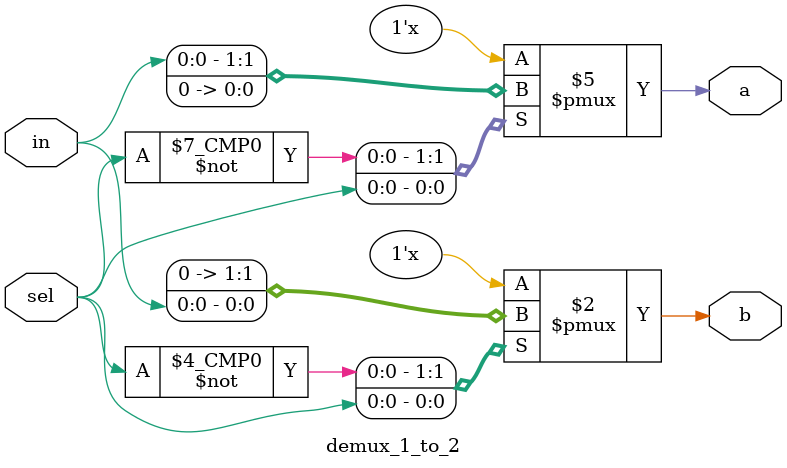
<source format=v>
module demux_1_to_2 (
    input wire in,        // Data input
    input wire sel,       // Selection line
    output reg a,        // Output a
    output reg b         // Output b
);

always @(*) begin
    // Default outputs
    a = 0;
    b = 0;

    case (sel)
        1'b0: begin
            a = in; // When sel is 0, output a follows in
            b = 0;  // Output b is 0
        end
        1'b1: begin
            a = 0;  // Output a is 0
            b = in; // When sel is 1, output b follows in
        end
    endcase
end

endmodule
</source>
